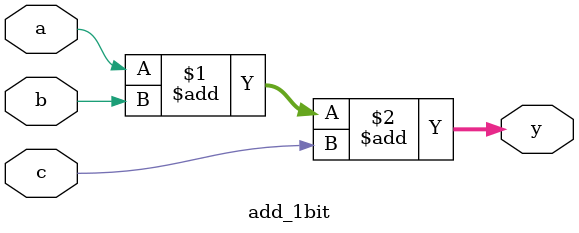
<source format=v>

module add_1bit(
	input  a, b, c,
	output [1:0] y
);
	assign y = a + b + c;
endmodule


</source>
